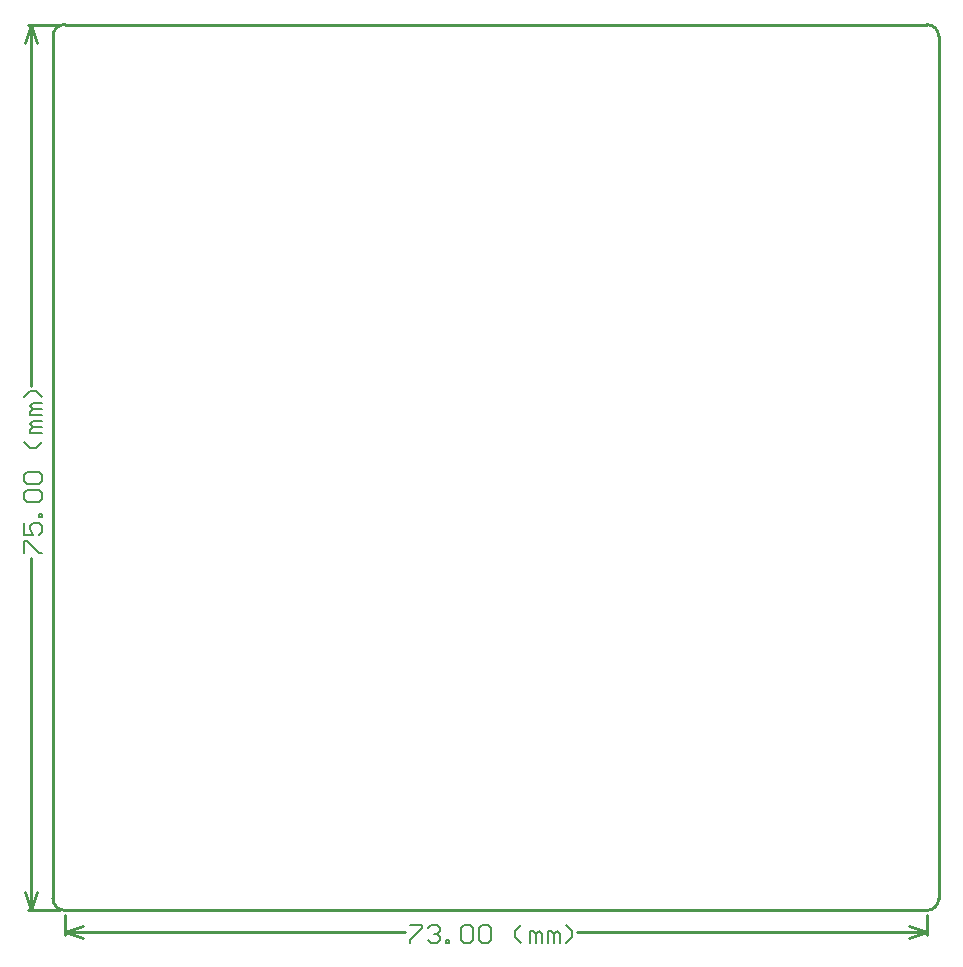
<source format=gko>
G04 Layer_Color=16711935*
%FSLAX24Y24*%
%MOIN*%
G70*
G01*
G75*
%ADD12C,0.0100*%
%ADD22C,0.0060*%
D12*
X29528Y29134D02*
G03*
X29134Y29528I-394J0D01*
G01*
X394D02*
G03*
X0Y29134I0J-394D01*
G01*
X29134Y0D02*
G03*
X29528Y394I0J394D01*
G01*
X0D02*
G03*
X394Y0I394J0D01*
G01*
X-830Y29528D02*
X244D01*
X-830Y0D02*
X244D01*
X-730Y17463D02*
Y29528D01*
Y0D02*
Y11745D01*
X-930Y28928D02*
X-730Y29528D01*
X-530Y28928D01*
X-730Y0D02*
X-530Y600D01*
X-930D02*
X-730Y0D01*
X29134Y-830D02*
Y-150D01*
X394Y-830D02*
Y-150D01*
X17463Y-730D02*
X29134D01*
X394D02*
X11745D01*
X28534Y-530D02*
X29134Y-730D01*
X28534Y-930D02*
X29134Y-730D01*
X394D02*
X994Y-930D01*
X394Y-730D02*
X994Y-530D01*
X29528Y394D02*
Y29134D01*
X394Y29528D02*
X29134D01*
X394Y0D02*
X29134D01*
X0Y394D02*
Y29134D01*
D22*
X-970Y11905D02*
Y12305D01*
X-870D01*
X-470Y11905D01*
X-370D01*
X-970Y12904D02*
Y12504D01*
X-670D01*
X-770Y12704D01*
Y12804D01*
X-670Y12904D01*
X-470D01*
X-370Y12804D01*
Y12604D01*
X-470Y12504D01*
X-370Y13104D02*
X-470D01*
Y13204D01*
X-370D01*
Y13104D01*
X-870Y13604D02*
X-970Y13704D01*
Y13904D01*
X-870Y14004D01*
X-470D01*
X-370Y13904D01*
Y13704D01*
X-470Y13604D01*
X-870D01*
Y14204D02*
X-970Y14304D01*
Y14504D01*
X-870Y14604D01*
X-470D01*
X-370Y14504D01*
Y14304D01*
X-470Y14204D01*
X-870D01*
X-370Y15603D02*
X-570Y15404D01*
X-770D01*
X-970Y15603D01*
X-370Y15903D02*
X-770D01*
Y16003D01*
X-670Y16103D01*
X-370D01*
X-670D01*
X-770Y16203D01*
X-670Y16303D01*
X-370D01*
Y16503D02*
X-770D01*
Y16603D01*
X-670Y16703D01*
X-370D01*
X-670D01*
X-770Y16803D01*
X-670Y16903D01*
X-370D01*
Y17103D02*
X-570Y17303D01*
X-770D01*
X-970Y17103D01*
X11905Y-490D02*
X12305D01*
Y-590D01*
X11905Y-990D01*
Y-1090D01*
X12504Y-590D02*
X12604Y-490D01*
X12804D01*
X12904Y-590D01*
Y-690D01*
X12804Y-790D01*
X12704D01*
X12804D01*
X12904Y-890D01*
Y-990D01*
X12804Y-1090D01*
X12604D01*
X12504Y-990D01*
X13104Y-1090D02*
Y-990D01*
X13204D01*
Y-1090D01*
X13104D01*
X13604Y-590D02*
X13704Y-490D01*
X13904D01*
X14004Y-590D01*
Y-990D01*
X13904Y-1090D01*
X13704D01*
X13604Y-990D01*
Y-590D01*
X14204D02*
X14304Y-490D01*
X14504D01*
X14604Y-590D01*
Y-990D01*
X14504Y-1090D01*
X14304D01*
X14204Y-990D01*
Y-590D01*
X15603Y-1090D02*
X15404Y-890D01*
Y-690D01*
X15603Y-490D01*
X15903Y-1090D02*
Y-690D01*
X16003D01*
X16103Y-790D01*
Y-1090D01*
Y-790D01*
X16203Y-690D01*
X16303Y-790D01*
Y-1090D01*
X16503D02*
Y-690D01*
X16603D01*
X16703Y-790D01*
Y-1090D01*
Y-790D01*
X16803Y-690D01*
X16903Y-790D01*
Y-1090D01*
X17103D02*
X17303Y-890D01*
Y-690D01*
X17103Y-490D01*
M02*

</source>
